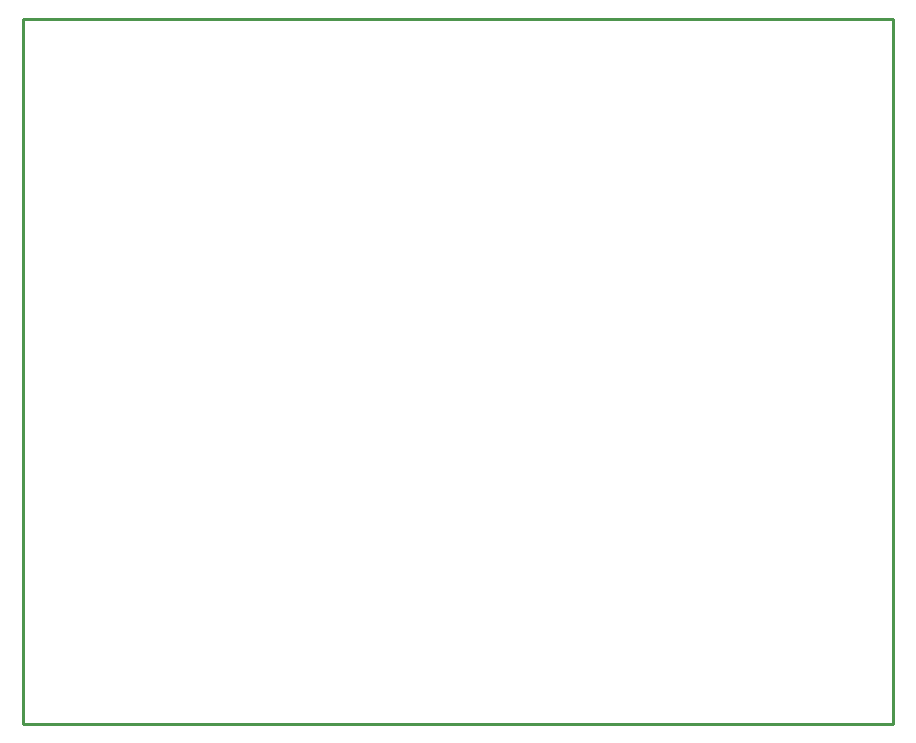
<source format=gbr>
G04 Layer_Color=16711935*
%FSLAX24Y24*%
%MOIN*%
%TF.FileFunction,Keep-out,Top*%
%TF.Part,Single*%
G01*
G75*
%TA.AperFunction,NonConductor*%
%ADD14C,0.0100*%
D14*
X-29000Y0D02*
Y23500D01*
X0Y0D02*
Y23500D01*
X-29000Y0D02*
X0D01*
X-29000Y23500D02*
X0D01*
%TF.MD5,2d1adb3d5fcb37d01ab89fc40abf8857*%
M02*

</source>
